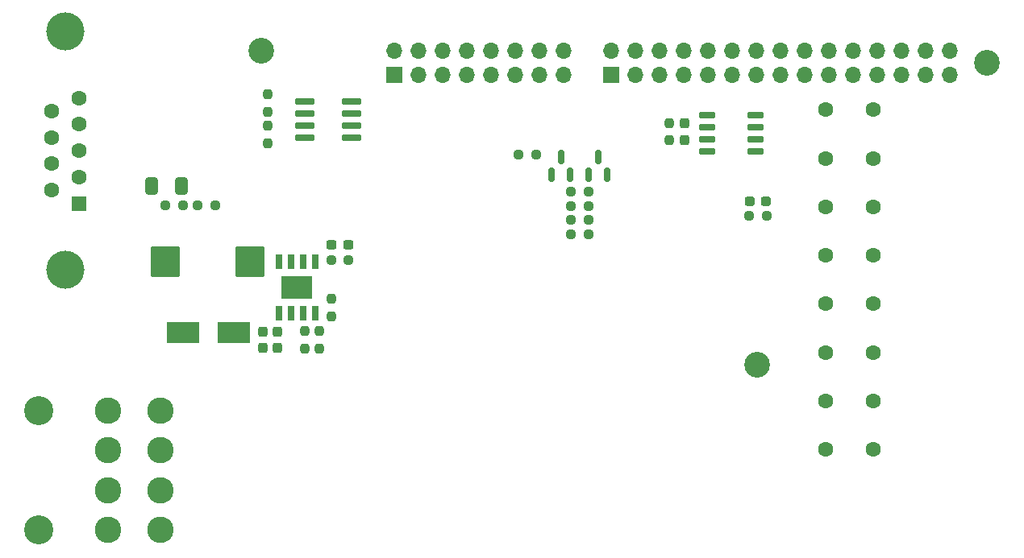
<source format=gbs>
G04 #@! TF.GenerationSoftware,KiCad,Pcbnew,(6.0.1)*
G04 #@! TF.CreationDate,2022-01-30T21:26:31+01:00*
G04 #@! TF.ProjectId,ARM_NUCLEO_HAT_1.0,41524d5f-4e55-4434-9c45-4f5f4841545f,rev?*
G04 #@! TF.SameCoordinates,Original*
G04 #@! TF.FileFunction,Soldermask,Bot*
G04 #@! TF.FilePolarity,Negative*
%FSLAX46Y46*%
G04 Gerber Fmt 4.6, Leading zero omitted, Abs format (unit mm)*
G04 Created by KiCad (PCBNEW (6.0.1)) date 2022-01-30 21:26:31*
%MOMM*%
%LPD*%
G01*
G04 APERTURE LIST*
G04 Aperture macros list*
%AMRoundRect*
0 Rectangle with rounded corners*
0 $1 Rounding radius*
0 $2 $3 $4 $5 $6 $7 $8 $9 X,Y pos of 4 corners*
0 Add a 4 corners polygon primitive as box body*
4,1,4,$2,$3,$4,$5,$6,$7,$8,$9,$2,$3,0*
0 Add four circle primitives for the rounded corners*
1,1,$1+$1,$2,$3*
1,1,$1+$1,$4,$5*
1,1,$1+$1,$6,$7*
1,1,$1+$1,$8,$9*
0 Add four rect primitives between the rounded corners*
20,1,$1+$1,$2,$3,$4,$5,0*
20,1,$1+$1,$4,$5,$6,$7,0*
20,1,$1+$1,$6,$7,$8,$9,0*
20,1,$1+$1,$8,$9,$2,$3,0*%
G04 Aperture macros list end*
%ADD10C,2.700000*%
%ADD11C,1.600000*%
%ADD12RoundRect,0.150000X-0.725000X-0.150000X0.725000X-0.150000X0.725000X0.150000X-0.725000X0.150000X0*%
%ADD13RoundRect,0.237500X-0.250000X-0.237500X0.250000X-0.237500X0.250000X0.237500X-0.250000X0.237500X0*%
%ADD14RoundRect,0.042000X0.943000X0.258000X-0.943000X0.258000X-0.943000X-0.258000X0.943000X-0.258000X0*%
%ADD15RoundRect,0.237500X0.237500X-0.250000X0.237500X0.250000X-0.237500X0.250000X-0.237500X-0.250000X0*%
%ADD16RoundRect,0.237500X-0.300000X-0.237500X0.300000X-0.237500X0.300000X0.237500X-0.300000X0.237500X0*%
%ADD17RoundRect,0.237500X-0.237500X0.300000X-0.237500X-0.300000X0.237500X-0.300000X0.237500X0.300000X0*%
%ADD18RoundRect,0.150000X0.150000X-0.587500X0.150000X0.587500X-0.150000X0.587500X-0.150000X-0.587500X0*%
%ADD19RoundRect,0.250000X-0.412500X-0.650000X0.412500X-0.650000X0.412500X0.650000X-0.412500X0.650000X0*%
%ADD20C,4.000000*%
%ADD21R,1.600000X1.600000*%
%ADD22RoundRect,0.237500X0.250000X0.237500X-0.250000X0.237500X-0.250000X-0.237500X0.250000X-0.237500X0*%
%ADD23RoundRect,0.237500X-0.237500X0.250000X-0.237500X-0.250000X0.237500X-0.250000X0.237500X0.250000X0*%
%ADD24R,0.700000X1.525000*%
%ADD25R,3.200000X2.400000*%
%ADD26R,3.500000X2.300000*%
%ADD27C,3.050000*%
%ADD28C,2.775000*%
%ADD29R,1.700000X1.700000*%
%ADD30O,1.700000X1.700000*%
%ADD31RoundRect,0.312200X-1.248800X-1.313300X1.248800X-1.313300X1.248800X1.313300X-1.248800X1.313300X0*%
%ADD32RoundRect,0.237500X-0.287500X-0.237500X0.287500X-0.237500X0.287500X0.237500X-0.287500X0.237500X0*%
G04 APERTURE END LIST*
D10*
X224710000Y-127140000D03*
X148510000Y-125870000D03*
X200580000Y-158890000D03*
D11*
X207800000Y-162700000D03*
X212800000Y-162700000D03*
D12*
X195325000Y-136505000D03*
X195325000Y-135235000D03*
X195325000Y-133965000D03*
X195325000Y-132695000D03*
X200475000Y-132695000D03*
X200475000Y-133965000D03*
X200475000Y-135235000D03*
X200475000Y-136505000D03*
D13*
X199787500Y-143200000D03*
X201612500Y-143200000D03*
D14*
X158015000Y-131195000D03*
X158015000Y-132465000D03*
X158015000Y-133735000D03*
X158015000Y-135005000D03*
X153075000Y-135005000D03*
X153075000Y-133735000D03*
X153075000Y-132465000D03*
X153075000Y-131195000D03*
D11*
X207800000Y-167800000D03*
X212800000Y-167800000D03*
D15*
X191400000Y-135312500D03*
X191400000Y-133487500D03*
D16*
X155937500Y-146300000D03*
X157662500Y-146300000D03*
D17*
X193000000Y-133537500D03*
X193000000Y-135262500D03*
D11*
X212800000Y-157600000D03*
X207800000Y-157600000D03*
D13*
X181087500Y-143700000D03*
X182912500Y-143700000D03*
D18*
X180950000Y-138937500D03*
X179050000Y-138937500D03*
X180000000Y-137062500D03*
D17*
X150271000Y-155437500D03*
X150271000Y-157162500D03*
D19*
X137037500Y-140100000D03*
X140162500Y-140100000D03*
D13*
X181087500Y-142200000D03*
X182912500Y-142200000D03*
D11*
X207800000Y-152500000D03*
X212800000Y-152500000D03*
D17*
X148700000Y-155437500D03*
X148700000Y-157162500D03*
D13*
X155887500Y-147900000D03*
X157712500Y-147900000D03*
D18*
X184850000Y-138937500D03*
X182950000Y-138937500D03*
X183900000Y-137062500D03*
D15*
X155871000Y-153812500D03*
X155871000Y-151987500D03*
D20*
X127990000Y-148890000D03*
X127990000Y-123890000D03*
D21*
X129410000Y-141930000D03*
D11*
X129410000Y-139160000D03*
X129410000Y-136390000D03*
X129410000Y-133620000D03*
X129410000Y-130850000D03*
X126570000Y-140545000D03*
X126570000Y-137775000D03*
X126570000Y-135005000D03*
X126570000Y-132235000D03*
D22*
X182912500Y-140700000D03*
X181087500Y-140700000D03*
D13*
X141887500Y-142100000D03*
X143712500Y-142100000D03*
D23*
X149200000Y-130487500D03*
X149200000Y-132312500D03*
D24*
X150395000Y-148088000D03*
X151665000Y-148088000D03*
X152935000Y-148088000D03*
X154205000Y-148088000D03*
X154205000Y-153512000D03*
X152935000Y-153512000D03*
X151665000Y-153512000D03*
X150395000Y-153512000D03*
D25*
X152300000Y-150800000D03*
D11*
X207800000Y-142300000D03*
X212800000Y-142300000D03*
D23*
X153100000Y-155387500D03*
X153100000Y-157212500D03*
D15*
X154600000Y-157212500D03*
X154600000Y-155387500D03*
D23*
X149200000Y-133787500D03*
X149200000Y-135612500D03*
D26*
X145700000Y-155500000D03*
X140300000Y-155500000D03*
D27*
X125196000Y-176300000D03*
X125196000Y-163700000D03*
D28*
X132496000Y-163700000D03*
X132496000Y-167900000D03*
X132496000Y-172100000D03*
X132496000Y-176300000D03*
X137996000Y-163700000D03*
X137996000Y-167900000D03*
X137996000Y-172100000D03*
X137996000Y-176300000D03*
D11*
X212800000Y-137200000D03*
X207800000Y-137200000D03*
D13*
X138487500Y-142100000D03*
X140312500Y-142100000D03*
D29*
X162480000Y-128400000D03*
D30*
X162480000Y-125860000D03*
X165020000Y-128400000D03*
X165020000Y-125860000D03*
X167560000Y-128400000D03*
X167560000Y-125860000D03*
X170100000Y-128400000D03*
X170100000Y-125860000D03*
X172640000Y-128400000D03*
X172640000Y-125860000D03*
X175180000Y-128400000D03*
X175180000Y-125860000D03*
X177720000Y-128400000D03*
X177720000Y-125860000D03*
X180260000Y-128400000D03*
X180260000Y-125860000D03*
D13*
X175587500Y-136800000D03*
X177412500Y-136800000D03*
D31*
X138429000Y-148100000D03*
X147371000Y-148100000D03*
D11*
X212800000Y-132100000D03*
X207800000Y-132100000D03*
D32*
X199825000Y-141700000D03*
X201575000Y-141700000D03*
D22*
X182912500Y-145200000D03*
X181087500Y-145200000D03*
D11*
X212800000Y-147400000D03*
X207800000Y-147400000D03*
D29*
X185330000Y-128400000D03*
D30*
X185330000Y-125860000D03*
X187870000Y-128400000D03*
X187870000Y-125860000D03*
X190410000Y-128400000D03*
X190410000Y-125860000D03*
X192950000Y-128400000D03*
X192950000Y-125860000D03*
X195490000Y-128400000D03*
X195490000Y-125860000D03*
X198030000Y-128400000D03*
X198030000Y-125860000D03*
X200570000Y-128400000D03*
X200570000Y-125860000D03*
X203110000Y-128400000D03*
X203110000Y-125860000D03*
X205650000Y-128400000D03*
X205650000Y-125860000D03*
X208190000Y-128400000D03*
X208190000Y-125860000D03*
X210730000Y-128400000D03*
X210730000Y-125860000D03*
X213270000Y-128400000D03*
X213270000Y-125860000D03*
X215810000Y-128400000D03*
X215810000Y-125860000D03*
X218350000Y-128400000D03*
X218350000Y-125860000D03*
X220890000Y-128400000D03*
X220890000Y-125860000D03*
M02*

</source>
